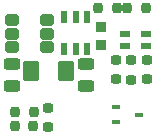
<source format=gbr>
%TF.GenerationSoftware,KiCad,Pcbnew,(6.0.5-0)*%
%TF.CreationDate,2022-06-02T09:50:00+01:00*%
%TF.ProjectId,Daikin,4461696b-696e-42e6-9b69-6361645f7063,1*%
%TF.SameCoordinates,Original*%
%TF.FileFunction,Paste,Bot*%
%TF.FilePolarity,Positive*%
%FSLAX46Y46*%
G04 Gerber Fmt 4.6, Leading zero omitted, Abs format (unit mm)*
G04 Created by KiCad (PCBNEW (6.0.5-0)) date 2022-06-02 09:50:00*
%MOMM*%
%LPD*%
G01*
G04 APERTURE LIST*
G04 Aperture macros list*
%AMRoundRect*
0 Rectangle with rounded corners*
0 $1 Rounding radius*
0 $2 $3 $4 $5 $6 $7 $8 $9 X,Y pos of 4 corners*
0 Add a 4 corners polygon primitive as box body*
4,1,4,$2,$3,$4,$5,$6,$7,$8,$9,$2,$3,0*
0 Add four circle primitives for the rounded corners*
1,1,$1+$1,$2,$3*
1,1,$1+$1,$4,$5*
1,1,$1+$1,$6,$7*
1,1,$1+$1,$8,$9*
0 Add four rect primitives between the rounded corners*
20,1,$1+$1,$2,$3,$4,$5,0*
20,1,$1+$1,$4,$5,$6,$7,0*
20,1,$1+$1,$6,$7,$8,$9,0*
20,1,$1+$1,$8,$9,$2,$3,0*%
G04 Aperture macros list end*
%ADD10RoundRect,0.184000X-0.272000X0.200000X-0.272000X-0.200000X0.272000X-0.200000X0.272000X0.200000X0*%
%ADD11RoundRect,0.184000X0.272000X-0.200000X0.272000X0.200000X-0.272000X0.200000X-0.272000X-0.200000X0*%
%ADD12R,0.672000X0.432000*%
%ADD13RoundRect,0.184000X-0.200000X-0.272000X0.200000X-0.272000X0.200000X0.272000X-0.200000X0.272000X0*%
%ADD14R,0.816000X0.480000*%
%ADD15RoundRect,0.207000X0.249000X-0.225000X0.249000X0.225000X-0.249000X0.225000X-0.249000X-0.225000X0*%
%ADD16RoundRect,0.250000X0.350000X0.250000X-0.350000X0.250000X-0.350000X-0.250000X0.350000X-0.250000X0*%
%ADD17RoundRect,0.220875X0.463125X0.619125X-0.463125X0.619125X-0.463125X-0.619125X0.463125X-0.619125X0*%
%ADD18R,0.576000X1.056000*%
%ADD19RoundRect,0.230000X-0.466000X0.250000X-0.466000X-0.250000X0.466000X-0.250000X0.466000X0.250000X0*%
%ADD20RoundRect,0.184000X0.200000X0.272000X-0.200000X0.272000X-0.200000X-0.272000X0.200000X-0.272000X0*%
G04 APERTURE END LIST*
D10*
%TO.C,R2*%
X104350000Y-43800000D03*
X104350000Y-45450000D03*
%TD*%
D11*
%TO.C,C1*%
X97300000Y-49425000D03*
X97300000Y-47875000D03*
%TD*%
D12*
%TO.C,Q3*%
X103050000Y-49050000D03*
X103050000Y-47750000D03*
X105050000Y-48400000D03*
%TD*%
D13*
%TO.C,R6*%
X101500000Y-39400000D03*
X103150000Y-39400000D03*
%TD*%
D10*
%TO.C,R1*%
X103100000Y-43775000D03*
X103100000Y-45425000D03*
%TD*%
%TO.C,R3*%
X105650000Y-43775000D03*
X105650000Y-45425000D03*
%TD*%
D13*
%TO.C,R4*%
X94475000Y-48150000D03*
X96125000Y-48150000D03*
%TD*%
D14*
%TO.C,D1*%
X105575000Y-41600000D03*
X103825000Y-41600000D03*
X103825000Y-42600000D03*
X105575000Y-42600000D03*
%TD*%
D13*
%TO.C,C5*%
X94525000Y-49400000D03*
X96075000Y-49400000D03*
%TD*%
D15*
%TO.C,U2*%
X101750000Y-42525000D03*
D16*
X97250000Y-40400000D03*
D17*
X98852500Y-44670000D03*
D16*
X97250000Y-41550000D03*
X97250000Y-42700000D03*
D18*
X98700000Y-42850000D03*
D16*
X94250000Y-42700000D03*
D15*
X101750000Y-40975000D03*
D16*
X94250000Y-40400000D03*
X94250000Y-41550000D03*
D18*
X98700000Y-40150000D03*
X100600000Y-42850000D03*
D19*
X100500000Y-44100000D03*
D18*
X99650000Y-42850000D03*
D19*
X94250000Y-46000000D03*
X100500000Y-46000000D03*
D17*
X95887500Y-44670000D03*
D18*
X99650000Y-40150000D03*
D19*
X94250000Y-44100000D03*
D18*
X100600000Y-40150000D03*
%TD*%
D20*
%TO.C,R5*%
X105625000Y-39400000D03*
X103975000Y-39400000D03*
%TD*%
M02*

</source>
